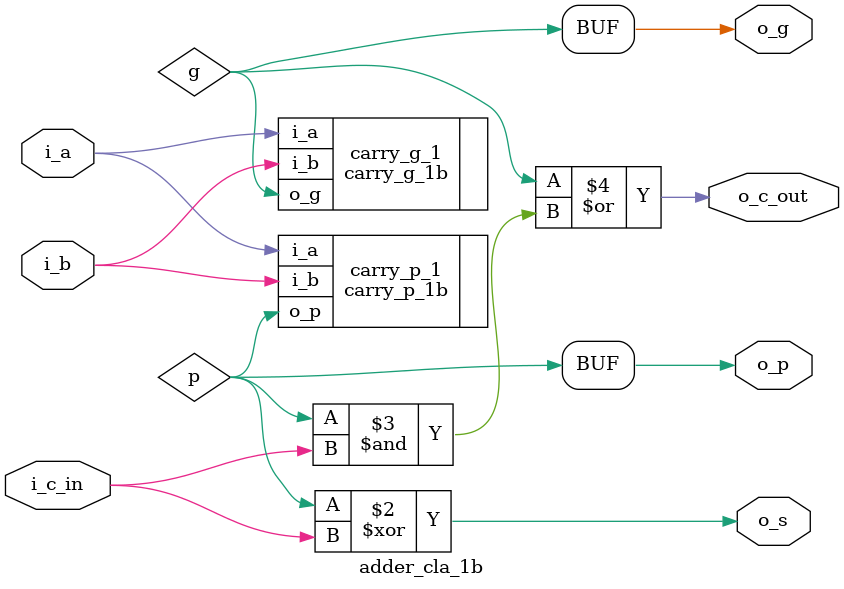
<source format=sv>
module adder_cla_1b(
input logic i_a, i_b, i_c_in,
output logic o_p, o_g, o_s, o_c_out
);

logic p, g;

carry_g_1b carry_g_1(
.i_a(i_a),
.i_b(i_b),
.o_g(g)
);

carry_p_1b carry_p_1(
.i_a(i_a),
.i_b(i_b),
.o_p(p)
);

always_comb begin
	o_p = p;
	o_g = g;
	o_s = (p ^ i_c_in);
	o_c_out = ((g) | (p&i_c_in));
end


endmodule 
</source>
